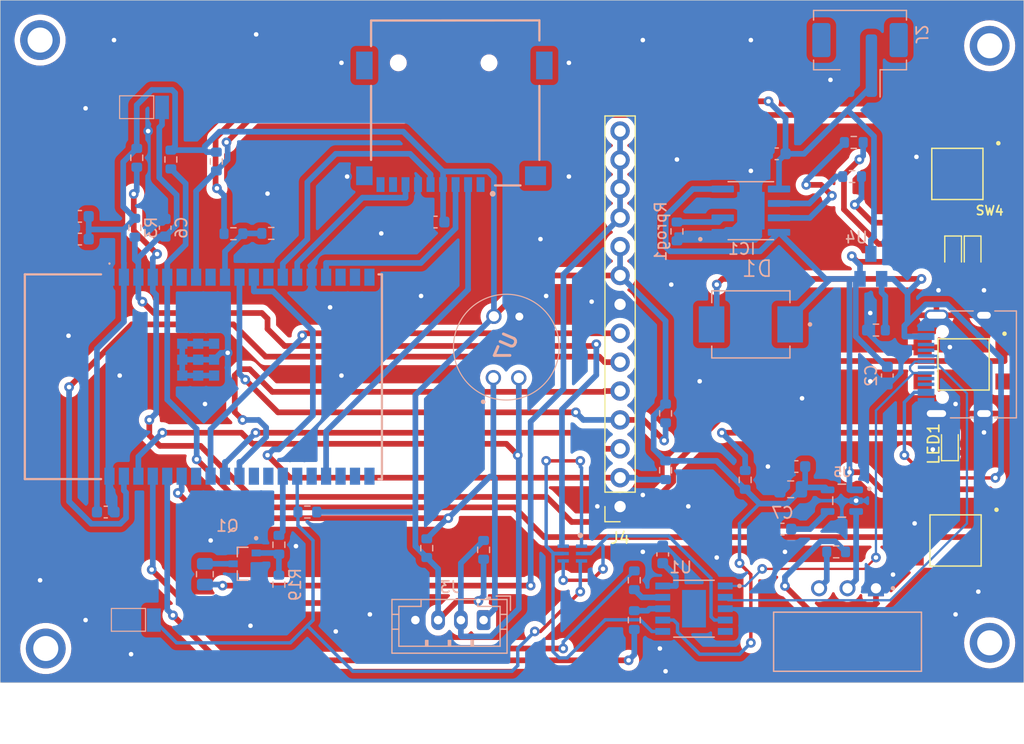
<source format=kicad_pcb>
(kicad_pcb (version 20240108) (generator "pcbnew") (generator_version "8.0")
  (layers (0 "F.Cu" signal) (31 "B.Cu" signal) (34 "B.Paste" user) (35 "F.Paste" user) (36 "B.SilkS" user "B.Silkscreen") (37 "F.SilkS" user "F.Silkscreen") (38 "B.Mask" user) (39 "F.Mask" user) (44 "Edge.Cuts" user))
  (net 0 "")
  (net 1 "Net-(U1-V3)")
  (net 2 "GND")
  (net 3 "VBUS")
  (net 4 "+3V3")
  (net 5 "/EN")
  (net 6 "Net-(U5-BP)")
  (net 7 "+BATT")
  (net 8 "Net-(IC1-~{STDBY})")
  (net 9 "Net-(IC1-PROG)")
  (net 10 "Net-(IC1-~{CHRG})")
  (net 11 "+5V")
  (net 15 "/D-")
  (net 16 "/D+")
  (net 18 "/IO22")
  (net 19 "/IO21")
  (net 20 "/LEDK")
  (net 21 "/IO19")
  (net 22 "/IO18")
  (net 23 "/IO26")
  (net 24 "/IO5")
  (net 25 "/IO25")
  (net 26 "/IO23")
  (net 27 "Net-(LED1-A)")
  (net 28 "Net-(LED2-K)")
  (net 29 "Net-(LED3-K)")
  (net 30 "Net-(Q1-C)")
  (net 31 "Net-(Q1-E)")
  (net 32 "Net-(U1-RXD)")
  (net 33 "/TX")
  (net 34 "Net-(U1-TXD)")
  (net 35 "/RX")
  (net 36 "/LDO_H")
  (net 37 "/IO0")
  (net 38 "/ADC_BAT")
  (net 39 "/IO35")
  (net 40 "/IO36")
  (net 41 "/IO39")
  (net 42 "/IO4")
  (net 43 "/RTS")
  (net 44 "/DTR")
  (net 45 "LDO_EN")
  (net 46 "/IO15")
  (net 47 "/IO2")
  (net 48 "/IO34")
  (net 49 "/IO27")
  (net 50 "/IO12")
  (net 51 "/IO14")
  (net 52 "/IO32")
  (net 53 "/IO13")
  (footprint "LED_SMD:LED_0603_1608Metric" (layer "F.Cu") (at 175.5 100.2125 -90)
    (property "Reference" "LED3" (hide yes))
    (property "Value" "CHG" (hide yes))
  )
  (footprint "MountingHole:MountingHole_2.2mm_M2_ISO7380_Pad" (layer "F.Cu") (at 94 135)
    (property "Reference" "H2" (hide yes))
    (property "Value" "MountingHole" (hide yes))
  )
  (footprint "THERMAL_CAMERA_LIBRARY:4_TERMINAL_SWITCH_TC" (layer "F.Cu") (at 174 125.5 -90)
    (property "Reference" "SW6" (hide yes))
    (property "Value" "TS-1088R-02526")
  )
  (footprint "THERMAL_CAMERA_LIBRARY:4_TERMINAL_SWITCH_TC" (layer "F.Cu") (at 174.16 93.2694 -90)
    (property "Reference" "SW4")
    (property "Value" "TS-1088R-02526" (hide yes))
  )
  (footprint "THERMAL_CAMERA_LIBRARY:4_TERMINAL_SWITCH_TC" (layer "F.Cu") (at 174.705 110.0194 -90)
    (property "Reference" "SW5" (hide yes))
    (property "Value" "TS-1088R-02526" (hide yes))
  )
  (footprint "LED_SMD:LED_0603_1608Metric" (layer "F.Cu") (at 173.5 117 90)
    (property "Reference" "LED1")
    (property "Value" "POW_LED")
  )
  (footprint "MountingHole:MountingHole_2.2mm_M2_ISO7380_Pad" (layer "F.Cu") (at 177 82)
    (property "Reference" "H1" (hide yes))
    (property "Value" "MountingHole" (hide yes))
  )
  (footprint "MountingHole:MountingHole_2.2mm_M2_ISO7380_Pad" (layer "F.Cu") (at 93.5 81.5)
    (property "Reference" "H3" (hide yes))
    (property "Value" "MountingHole" (hide yes))
  )
  (footprint "Connector_PinSocket_2.54mm:PinSocket_1x14_P2.54mm_Vertical" (layer "F.Cu") (at 144.5 122.52 180)
    (property "Reference" "J4")
    (property "Value" "Conn_01x14")
  )
  (footprint "LED_SMD:LED_0603_1608Metric" (layer "F.Cu") (at 173.7875 100.2125 -90)
    (property "Reference" "LED2" (hide yes))
    (property "Value" "CHG" (hide yes))
  )
  (footprint "MountingHole:MountingHole_2.2mm_M2_ISO7380_Pad" (layer "F.Cu") (at 177 134.5)
    (property "Reference" "H4" (hide yes))
    (property "Value" "MountingHole" (hide yes))
  )
  (footprint "THERMAL_CAMERA_LIBRARY:2N7002DW_SOT363_TC" (layer "B.Cu") (at 140.31 126.65 -90)
    (property "Reference" "U2" (hide yes))
    (property "Value" "2N27002DW" (hide yes))
  )
  (footprint "THERMAL_CAMERA_LIBRARY:ESP32WROVEREN8R8_TC" (layer "B.Cu") (at 107.86 111.1 -90)
    (property "Reference" "U6" (hide yes))
    (property "Value" "ESP32-WROVER-E" (hide yes))
  )
  (footprint "Resistor_SMD:R_0603_1608Metric" (layer "B.Cu") (at 148.5 114.325 90)
    (property "Reference" "R15" (hide yes))
    (property "Value" "10k")
  )
  (footprint "Resistor_SMD:R_0603_1608Metric" (layer "B.Cu") (at 105 92 90)
    (property "Reference" "R17" (hide yes))
    (property "Value" "4.7k")
  )
  (footprint "THERMAL_CAMERA_LIBRARY:MIC5219_SOT95P280X145-5N_TC" (layer "B.Cu") (at 164 122 180)
    (property "Reference" "U5")
    (property "Value" "MIC5219-3.3YM5")
  )
  (footprint "Capacitor_SMD:C_0603_1608Metric" (layer "B.Cu") (at 128.275 97.5 180)
    (property "Reference" "C11" (hide yes))
    (property "Value" "0.1uf")
  )
  (footprint "Connector_JST:JST_PH_B2B-PH-SM4-TB_1x02-1MP_P2.00mm_Vertical" (layer "B.Cu") (at 165.6 83.25 180)
    (property "Reference" "J2")
    (property "Value" "B2B-PH-SM4-TB(LF)(SN)" (hide yes))
  )
  (footprint "Resistor_SMD:R_0603_1608Metric" (layer "B.Cu") (at 114.5 125.875 90)
    (property "Reference" "R18" (hide yes))
    (property "Value" "1k" (hide yes))
  )
  (footprint "Resistor_SMD:R_0603_1608Metric" (layer "B.Cu") (at 155.5 120.175 -90)
    (property "Reference" "R4" (hide yes))
    (property "Value" "470R")
  )
  (footprint "Resistor_SMD:R_0603_1608Metric" (layer "B.Cu") (at 132.5 126.325 -90)
    (property "Reference" "R9" (hide yes))
    (property "Value" "4.7k")
  )
  (footprint "THERMAL_CAMERA_LIBRARY:MLX90640_ESFBAB000SP_TC" (layer "B.Cu") (at 133.3591 111.1879 67)
    (property "Reference" "U7")
    (property "Value" "MLX90640" (hide yes))
  )
  (footprint "THERMAL_CAMERA_LIBRARY:ch340k_TC" (layer "B.Cu") (at 151 131.5 180)
    (property "Reference" "U1")
    (property "Value" "ch340k")
  )
  (footprint "Capacitor_SMD:C_0603_1608Metric" (layer "B.Cu") (at 158.275 91.5 180)
    (property "Reference" "C10" (hide yes))
    (property "Value" "10uF")
  )
  (footprint "Resistor_SMD:R_0603_1608Metric" (layer "B.Cu") (at 167 107 180)
    (property "Reference" "U3" (hide yes))
    (property "Value" "100K")
  )
  (footprint "Capacitor_SMD:C_0603_1608Metric" (layer "B.Cu") (at 160 119 180)
    (property "Reference" "C9" (hide yes))
    (property "Value" "10u")
  )
  (footprint "Capacitor_SMD:C_0603_1608Metric" (layer "B.Cu") (at 158.775 124.5 180)
    (property "Reference" "C7")
    (property "Value" "470pF")
  )
  (footprint "Capacitor_SMD:C_0603_1608Metric" (layer "B.Cu") (at 168 111 -90)
    (property "Reference" "C2")
    (property "Value" "10u")
  )
  (footprint "Resistor_SMD:R_0603_1608Metric" (layer "B.Cu") (at 165.05 90.5 180)
    (property "Reference" "R7" (hide yes))
    (property "Value" "1.3K")
  )
  (footprint "THERMAL_CAMERA_LIBRARY:TP4056_SOP127P600X175-9N_TC" (layer "B.Cu") (at 156 96.5)
    (property "Reference" "IC1")
    (property "Value" "TP4056")
  )
  (footprint "Resistor_SMD:R_0603_1608Metric" (layer "B.Cu") (at 117 123)
    (property "Reference" "R6" (hide yes))
    (property "Value" "10k" (hide yes))
  )
  (footprint "THERMAL_CAMERA_LIBRARY:2_TACTILE" (layer "B.Cu") (at 101.49 90.4 180)
    (property "Reference" "SW2" (hide yes))
    (property "Value" "TS-1088R-02526" (hide yes))
  )
  (footprint "Resistor_SMD:R_0603_1608Metric" (layer "B.Cu") (at 163.5 126.5 180)
    (property "Reference" "R5" (hide yes))
    (property "Value" "100K")
  )
  (footprint "THERMAL_CAMERA_LIBRARY:TRANS_SS8050-G_TC" (layer "B.Cu") (at 111.49 127.55 180)
    (property "Reference" "Q1")
    (property "Value" "S8050")
  )
  (footprint "Capacitor_SMD:C_0603_1608Metric" (layer "B.Cu") (at 97 97 180)
    (property "Reference" "C5" (hide yes))
    (property "Value" "1uf")
  )
  (footprint "Resistor_SMD:R_0603_1608Metric" (layer "B.Cu") (at 109 92.175 90)
    (property "Reference" "R14" (hide yes))
    (property "Value" "4.7k")
  )
  (footprint "Resistor_SMD:R_0603_1608Metric" (layer "B.Cu") (at 114.5 129.375 90)
    (property "Reference" "R19")
    (property "Value" "10k" (hide yes))
  )
  (footprint "Resistor_SMD:R_0603_1608Metric" (layer "B.Cu") (at 149.5 98.325 -90)
    (property "Reference" "Rprog1")
    (property "Value" "3.3K")
  )
  (footprint "Resistor_SMD:R_0603_1608Metric" (layer "B.Cu") (at 145.75 132.5 90)
    (property "Reference" "R2" (hide yes))
    (property "Value" "1K")
  )
  (footprint "Resistor_SMD:R_0603_1608Metric" (layer "B.Cu") (at 145.75 129 -90)
    (property "Reference" "R1" (hide yes))
    (property "Value" "1K")
  )
  (footprint "Resistor_SMD:R_0603_1608Metric" (layer "B.Cu") (at 148.5 119.325 90)
    (property "Reference" "R13" (hide yes))
    (property "Value" "10k")
  )
  (footprint "Capacitor_SMD:C_0603_1608Metric" (layer "B.Cu") (at 104.5 98 90)
    (property "Reference" "C6")
    (property "Value" "0.1uf")
  )
  (footprint "THERMAL_CAMERA_LIBRARY:AO3401_SOT23_TC" (layer "B.Cu") (at 166.55 101.4 180)
    (property "Reference" "U4")
    (property "Value" "AO3041")
  )
  (footprint "THERMAL_CAMERA_LIBRARY:slide_switch_TC" (layer "B.Cu") (at 167 129.7025 180)
    (property "Reference" "SW3" (hide yes))
    (property "Value" "K3-1280S-F1")
  )
  (footprint "Resistor_SMD:R_0603_1608Metric" (layer "B.Cu") (at 102 91.85 90)
    (property "Reference" "R16" (hide yes))
    (property "Value" "4.7k")
  )
  (footprint "Resistor_SMD:R_0603_1608Metric" (layer "B.Cu") (at 110.5 98.525)
    (property "Reference" "R10" (hide yes))
    (property "Value" "100K")
  )
  (footprint "Resistor_SMD:R_0603_1608Metric" (layer "B.Cu") (at 101.8337 98.0001 90)
    (property "Reference" "R3")
    (property "Value" "10k")
  )
  (footprint "THERMAL_CAMERA_LIBRARY:SS34_DIODE_NEW" (layer "B.Cu") (at 156 106.5 180)
    (property "Reference" "D1")
    (property "Value" "SS34")
  )
  (footprint "Resistor_SMD:R_0603_1608Metric" (layer "B.Cu") (at 127.5 126.175 -90)
    (property "Reference" "R12" (hide yes))
    (property "Value" "4.7k")
  )
  (footprint "Connector_USB:USB_C_Receptacle_HRO_TYPE-C-31-M-12" (layer "B.Cu") (at 175.45 110.0194 -90)
    (property "Reference" "J1" (hide yes))
    (property "Value" "USB_C_Receptacle_USB2.0" (hide yes))
  )
  (footprint "Resistor_SMD:R_0603_1608Metric" (layer "B.Cu") (at 113.825 98.5)
    (property "Reference" "R11" (hide yes))
    (property "Value" "100K")
  )
  (footprint "Capacitor_SMD:C_0603_1608Metric" (layer "B.Cu") (at 99.275 123 180)
    (property "Reference" "C3" (hide yes))
    (property "Value" "0.1UF")
  )
  (footprint "Capacitor_SMD:C_0805_2012Metric" (layer "B.Cu") (at 159.5 121 180)
    (property "Reference" "C8" (hide yes))
    (property "Value" "2.2uF")
  )
  (footprint "Connector_JST:JST_PH_B4B-PH-K_1x04_P2.00mm_Vertical" (layer "B.Cu") (at 132.5 132.5 180)
    (property "Reference" "J3")
    (property "Value" "Stemma" (hide yes))
  )
  (footprint "Capacitor_SMD:C_0603_1608Metric" (layer "B.Cu") (at 148.25 126.725 -90)
    (property "Reference" "C1" (hide yes))
    (property "Value" "0.1uf")
  )
  (footprint "Capacitor_SMD:C_0603_1608Metric" (layer "B.Cu") (at 97 99 180)
    (property "Reference" "C4" (hide yes))
    (property "Value" "10uf")
  )
  (footprint "Resistor_SMD:R_0805_2012Metric" (layer "B.Cu") (at 107.99 128.4625 90)
    (property "Reference" "R20" (hide yes))
    (property "Value" "10R")
  )
  (footprint "THERMAL_CAMERA_LIBRARY:sdcard_reader_TC" (layer "B.Cu") (at 130.0038 87.0306)
    (property "Reference" "SD1" (hide yes))
    (property "Value" "microSD_TF-01A" (hide yes))
  )
  (footprint "THERMAL_CAMERA_LIBRARY:2_TACTILE" (layer "B.Cu") (at 100.77 135.48 180)
    (property "Reference" "SW1" (hide yes))
    (property "Value" "TS-1088R-02526" (hide yes))
  )
  (footprint "Resistor_SMD:R_0603_1608Metric" (layer "B.Cu") (at 164.9 93.5 180)
    (property "Reference" "R8" (hide yes))
    (property "Value" "1.3K")
  )
  (gr_rect (start 90 78) (end 180 138) (stroke (width 0.05)) (fill none) (layer "Edge.Cuts"))
  (segment (start 148.25 129.5) (end 149.4067 129.5) (width 0.5) (layer "B.Cu") (net 1))
  (segment (start 148.25 127.5) (end 149.4067 128.6567) (width 0.5) (layer "B.Cu") (net 1))
  (segment (start 149.4067 128.6567) (end 149.4067 129.5) (width 0.5) (layer "B.Cu") (net 1))
  (via (at 174 132) (size 0.85) (drill 0.4) (layers "F.Cu" "B.Cu") (net 2))
  (via (at 120 111) (size 0.85) (drill 0.4) (layers "F.Cu" "B.Cu") (net 2))
  (via (at 170.56 91.7694) (size 0.85) (drill 0.4) (layers "F.Cu" "B.Cu") (net 2))
  (via (at 127 104) (size 0.85) (drill 0.4) (layers "F.Cu" "B.Cu") (net 2))
  (via (at 108.5 125.5) (size 0.85) (drill 0.4) (layers "F.Cu" "B.Cu") (net 2))
  (via (at 100 81.5) (size 0.85) (drill 0.4) (layers "F.Cu" "B.Cu") (net 2))
  (via (at 168.5 128.5) (size 0.85) (drill 0.4) (layers "F.Cu" "B.Cu") (net 2))
  (via (at 120.5 93.5) (size 0.85) (drill 0.4) (layers "F.Cu" "B.Cu") (net 2))
  (via (at 140 93.5) (size 0.85) (drill 0.4) (layers "F.Cu" "B.Cu") (net 2))
  (via (at 151.5 111.5) (size 0.85) (drill 0.4) (layers "F.Cu" "B.Cu") (net 2))
  (via (at 148 135) (size 0.85) (drill 0.4) (layers "F.Cu" "B.Cu") (net 2))
  (via (at 146.5 121.5) (size 0.85) (drill 0.4) (layers "F.Cu" "B.Cu") (net 2))
  (via (at 113.5 95) (size 0.85) (drill 0.4) (layers "F.Cu" "B.Cu") (net 2))
  (via (at 120 83.5) (size 0.85) (drill 0.4) (layers "F.Cu" "B.Cu") (net 2))
  (via (at 166.5 105.5) (size 0.85) (drill 0.4) (layers "F.Cu" "B.Cu") (net 2))
  (via (at 137.5 99) (size 0.85) (drill 0.4) (layers "F.Cu" "B.Cu") (net 2))
  (via (at 138 104) (size 0.85) (drill 0.4) (layers "F.Cu" "B.Cu") (net 2))
  (via (at 159 126.5) (size 0.85) (drill 0.4) (layers "F.Cu" "B.Cu") (net 2))
  (via (at 176.5 116) (size 0.85) (drill 0.4) (layers "F.Cu" "B.Cu") (net 2))
  (via (at 173.5 108.5) (size 0.85) (drill 0.4) (layers "F.Cu" "B.Cu") (net 2))
  (via (at 93.5 129) (size 0.85) (drill 0.4) (layers "F.Cu" "B.Cu") (net 2))
  (via (at 166.5 111.5) (size 0.85) (drill 0.4) (layers "F.Cu" "B.Cu") (net 2))
  (via (at 163 85) (size 0.85) (drill 0.4) (layers "F.Cu" "B.Cu") (net 2))
  (via (at 119.5 133.5) (size 0.85) (drill 0.4) (layers "F.Cu" "B.Cu") (net 2))
  (via (at 153 127) (size 0.85) (drill 0.4) (layers "F.Cu" "B.Cu") (net 2))
  (via (at 103 89.5) (size 0.85) (drill 0.4) (layers "F.Cu" "B.Cu") (net 2))
  (via (at 122.5 132) (size 0.85) (drill 0.4) (layers "F.Cu" "B.Cu") (net 2))
  (via (at 97.5 87.5) (size 0.85) (drill 0.4) (layers "F.Cu" "B.Cu") (net 2))
  (via (at 142.5 122.5) (size 0.85) (drill 0.4) (layers "F.Cu" "B.Cu") (net 2))
  (via (at 123.5 98.5) (size 0.85) (drill 0.4) (layers "F.Cu" "B.Cu") (net 2))
  (via (at 142 104.5) (size 0.85) (drill 0.4) (layers "F.Cu" "B.Cu") (net 2))
  (via (at 116 126) (size 0.85) (drill 0.4) (layers "F.Cu" "B.Cu") (net 2))
  (via (at 174 113.5) (size 0.85) (drill 0.4) (layers "F.Cu" "B.Cu") (net 2))
  (via (at 156 81.5) (size 0.85) (drill 0.4) (layers "F.Cu" "B.Cu") (net 2))
  (via (at 176 130) (size 0.85) (drill 0.4) (layers "F.Cu" "B.Cu") (net 2))
  (via (at 119 105) (size 0.85) (drill 0.4) (layers "F.Cu" "B.Cu") (net 2))
  (via (at 156 93) (size 0.85) (drill 0.4) (layers "F.Cu" "B.Cu") (net 2))
  (via (at 172 117.5) (size 0.85) (drill 0.4) (layers "F.Cu" "B.Cu") (net 2))
  (via (at 148.5 137) (size 0.85) (drill 0.4) (layers "F.Cu" "B.Cu") (net 2))
  (via (at 149 103) (size 0.85) (drill 0.4) (layers "F.Cu" "B.Cu") (net 2))
  (via (at 112 133) (size 0.85) (drill 0.4) (layers "F.Cu" "B.Cu") (net 2))
  (via (at 146.5 81.5) (size 0.85) (drill 0.4) (layers "F.Cu" "B.Cu") (net 2))
  (via (at 101.5 135.5) (size 0.85) (drill 0.4) (layers "F.Cu" "B.Cu") (net 2))
  (via (at 149.5 92) (size 0.85) (drill 0.4) (layers "F.Cu" "B.Cu") (net 2))
  (via (at 96 107.5) (size 0.85) (drill 0.4) (layers "F.Cu" "B.Cu") (net 2))
  (via (at 140 83.5) (size 0.85) (drill 0.4) (layers "F.Cu" "B.Cu") (net 2))
  (via (at 157.5 119) (size 0.85) (drill 0.4) (layers "F.Cu" "B.Cu") (net 2))
  (via (at 165.255 122) (size 0.85) (drill 0.4) (layers "F.Cu" "B.Cu") (net 2))
  (via (at 112.5 81) (size 0.85) (drill 0.4) (layers "F.Cu" "B.Cu") (net 2))
  (via (at 170.4 124) (size 0.85) (drill 0.4) (layers "F.Cu" "B.Cu") (net 2))
  (via (at 160.5 113) (size 0.85) (drill 0.4) (layers "F.Cu" "B.Cu") (net 2))
  (via (at 176.5 103.5) (size 0.85) (drill 0.4) (layers "F.Cu" "B.Cu") (net 2))
  (via (at 110 109) (size 0.85) (drill 0.4) (layers "F.Cu" "B.Cu") (net 2))
  (via (at 146.5 126.5) (size 0.85) (drill 0.4) (layers "F.Cu" "B.Cu") (net 2))
  (via (at 97.5 132.5) (size 0.85) (drill 0.4) (layers "F.Cu" "B.Cu") (net 2))
  (via (at 150.5 122.5) (size 0.85) (drill 0.4) (layers "F.Cu" "B.Cu") (net 2))
  (via (at 172.5 103.5) (size 0.85) (drill 0.4) (layers "F.Cu" "B.Cu") (net 2))
  (via (at 100.5 111) (size 0.85) (drill 0.4) (layers "F.Cu" "B.Cu") (net 2))
  (via (at 108 113.5) (size 0.85) (drill 0.4) (layers "F.Cu" "B.Cu") (net 2))
  (segment (start 106 108.2) (end 106 111) (width 0.5) (layer "B.Cu") (net 2))
  (segment (start 110 109) (end 109.4 109) (width 0.5) (layer "B.Cu") (net 2))
  (segment (start 174 108) (end 173.5 108.5) (width 0.3) (layer "B.Cu") (net 2))
  (segment (start 171.77 106.4044) (end 173.150305 106.4044) (width 0.3) (layer "B.Cu") (net 2))
  (segment (start 167.725001 111.5) (end 168 111.774999) (width 0.3) (layer "B.Cu") (net 2))
  (segment (start 107.4 111) (end 108.8 111) (width 0.5) (layer "B.Cu") (net 2))
  (segment (start 166.175 107) (end 166.175 105.825) (width 0.3) (layer "B.Cu") (net 2))
  (segment (start 106 108.2) (end 108.8 108.2) (width 0.5) (layer "B.Cu") (net 2))
  (segment (start 107.4 109.6) (end 108.8 109.6) (width 0.5) (layer "B.Cu") (net 2))
  (segment (start 166.175 105.825) (end 166.5 105.5) (width 0.3) (layer "B.Cu") (net 2))
  (segment (start 106 111) (end 107.4 111) (width 0.5) (layer "B.Cu") (net 2))
  (segment (start 148.249999 125.950001) (end 147.049999 125.950001) (width 0.3) (layer "B.Cu") (net 2))
  (segment (start 107.4 109.6) (end 106 109.6) (width 0.5) (layer "B.Cu") (net 2))
  (segment (start 154.095 98.405) (end 156 96.5) (width 0.3) (layer "B.Cu") (net 2))
  (segment (start 149.5 99.15) (end 152.78 99.15) (width 0.3) (layer "B.Cu") (net 2))
  (segment (start 166.5 111.5) (end 167.725001 111.5) (width 0.3) (layer "B.Cu") (net 2))
  (segment (start 147.049999 125.950001) (end 146.5 126.5) (width 0.3) (layer "B.Cu") (net 2))
  (segment (start 153.525 98.405) (end 154.095 98.405) (width 0.3) (layer "B.Cu") (net 2))
  (segment (start 174 107.254095) (end 174 108) (width 0.3) (layer "B.Cu") (net 2))
  (segment (start 109.4 109) (end 108.8 109.6) (width 0.5) (layer "B.Cu") (net 2))
  (segment (start 173.150305 106.4044) (end 174 107.254095) (width 0.3) (layer "B.Cu") (net 2))
  (segment (start 171.405 106.7694) (end 171.77 106.4044) (width 0.3) (layer "B.Cu") (net 2))
  (segment (start 155.365 95.865) (end 156 96.5) (width 0.3) (layer "B.Cu") (net 2))
  (segment (start 152.78 99.15) (end 153.525 98.405) (width 0.3) (layer "B.Cu") (net 2))
  (segment (start 153.525 95.865) (end 155.365 95.865) (width 0.3) (layer "B.Cu") (net 2))
  (segment (start 167.5 121) (end 166 119.5) (width 0.5) (layer "F.Cu") (net 3))
  (segment (start 175.5 101) (end 173.7875 101) (width 0.5) (layer "F.Cu") (net 3))
  (segment (start 165.637437 133.862563) (end 171.35 128.15) (width 0.5) (layer "F.Cu") (net 3))
  (segment (start 166 119.5) (end 164.672 119.5) (width 0.5) (layer "F.Cu") (net 3))
  (segment (start 163.362563 133.862563) (end 165.637437 133.862563) (width 0.5) (layer "F.Cu") (net 3))
  (segment (start 173.7875 101) (end 165.3741 101) (width 0.5) (layer "F.Cu") (net 3))
  (segment (start 159 129.5) (end 163.362563 133.862563) (width 0.5) (layer "F.Cu") (net 3))
  (segment (start 165.3741 101) (end 164.875 100.5009) (width 0.5) (layer "F.Cu") (net 3))
  (segment (start 177 121) (end 167.5 121) (width 0.5) (layer "F.Cu") (net 3))
  (segment (start 178.85 128.15) (end 178.85 122.85) (width 0.5) (layer "F.Cu") (net 3))
  (segment (start 171.35 128.15) (end 178.85 128.15) (width 0.5) (layer "F.Cu") (net 3))
  (segment (start 178.85 122.85) (end 177 121) (width 0.5) (layer "F.Cu") (net 3))
  (via (at 164.875 100.5009) (size 0.85) (drill 0.4) (layers "F.Cu" "B.Cu") (net 3))
  (via (at 159 129.5) (size 0.85) (drill 0.4) (layers "F.Cu" "B.Cu") (net 3))
  (via (at 164.672 119.5) (size 0.85) (drill 0.4) (layers "F.Cu" "B.Cu") (net 3))
  (segment (start 153.525 94.595) (end 150.9051 94.595) (width 0.5) (layer "B.Cu") (net 3))
  (segment (start 164.672 102.5) (end 164.672 119.5) (width 0.5) (layer "B.Cu") (net 3))
  (segment (start 148.8889 100.0717) (end 156.8083 100.0717) (width 0.5) (layer "B.Cu") (net 3))
  (segment (start 163 102.5) (end 164.672 102.5) (width 0.5) (layer "B.Cu") (net 3))
  (segment (start 165.2212 107.5557) (end 167.8905 110.225) (width 0.5) (layer "B.Cu") (net 3))
  (segment (start 165.255 121.05) (end 164.672 121.05) (width 0.5) (layer "B.Cu") (net 3))
  (segment (start 156.8083 100.0717) (end 158.475 98.405) (width 0.5) (layer "B.Cu") (net 3))
  (segment (start 159 128.7065) (end 159 129.5) (width 0.5) (layer "B.Cu") (net 3))
  (segment (start 164.325 126.5) (end 163.4 125.575) (width 0.5) (layer "B.Cu") (net 3))
  (segment (start 158.475 98.405) (end 162.57 102.5) (width 0.5) (layer "B.Cu") (net 3))
  (segment (start 165.6 102.5) (end 165.6 101.2983) (width 0.5) (layer "B.Cu") (net 3))
  (segment (start 162.1315 125.575) (end 159 128.7065) (width 0.5) (layer "B.Cu") (net 3))
  (segment (start 159.455 106.045) (end 159.455 106.5) (width 0.5) (layer "B.Cu") (net 3))
  (segment (start 165.2212 102.5) (end 165.2212 107.5557) (width 0.5) (layer "B.Cu") (net 3))
  (segment (start 148.5108 96.9893) (end 148.5108 99.6936) (width 0.5) (layer "B.Cu") (net 3))
  (segment (start 167.8905 110.225) (end 168 110.225) (width 0.5) (layer "B.Cu") (net 3))
  (segment (start 164.875 100.5733) (end 165.6 101.2983) (width 0.5) (layer "B.Cu") (net 3))
  (segment (start 163.4 125.575) (end 162.1315 125.575) (width 0.5) (layer "B.Cu") (net 3))
  (segment (start 164.672 102.5) (end 165.2212 102.5) (width 0.5) (layer "B.Cu") (net 3))
  (segment (start 162.57 102.5) (end 163 102.5) (width 0.5) (layer "B.Cu") (net 3))
  (segment (start 163 102.5) (end 159.455 106.045) (width 0.5) (layer "B.Cu") (net 3))
  (segment (start 164.875 100.5009) (end 164.875 100.5733) (width 0.5) (layer "B.Cu") (net 3))
  (segment (start 148.5108 99.6936) (end 148.8889 100.0717) (width 0.5) (layer "B.Cu") (net 3))
  (segment (start 164.1421 126.3171) (end 164.325 126.5) (width 0.5) (layer "B.Cu") (net 3))
  (segment (start 165.2212 102.5) (end 165.6 102.5) (width 0.5) (layer "B.Cu") (net 3))
  (segment (start 164.672 119.5) (end 164.672 121.05) (width 0.5) (layer "B.Cu") (net 3))
  (segment (start 150.9051 94.595) (end 148.5108 96.9893) (width 0.5) (layer "B.Cu") (net 3))
  (segment (start 156 128.5) (end 155 127.5) (width 0.3) (layer "F.Cu") (net 4))
  (segment (start 128.5 132.5) (end 130.1788 130.8212) (width 0.5) (layer "F.Cu") (net 4))
  (segment (start 133.4061 105.7923) (end 136.9984 102.2) (width 0.5) (layer "F.Cu") (net 4))
  (segment (start 130.1788 130.8212) (end 132.0434 130.8212) (width 0.5) (layer "F.Cu") (net 4))
  (segment (start 136.9984 102.2) (end 144.5 102.2) (width 0.5) (layer "F.Cu") (net 4))
  (segment (start 156 134.5) (end 156 128.5) (width 0.3) (layer "F.Cu") (net 4))
  (via (at 155 127.5) (size 0.85) (drill 0.4) (layers "F.Cu" "B.Cu") (net 4))
  (via (at 132.0434 130.8212) (size 0.85) (drill 0.4) (layers "F.Cu" "B.Cu") (net 4))
  (via (at 156 134.5) (size 0.85) (drill 0.4) (layers "F.Cu" "B.Cu") (net 4))
  (segment (start 155 124.0248) (end 156.7624 122.2624) (width 0.3) (layer "B.Cu") (net 4))
  (segment (start 100.8092 96.1506) (end 101.8337 97.1751) (width 0.5) (layer "B.Cu") (net 4))
  (segment (start 144.5 102.2) (end 148.5 106.2) (width 0.5) (layer "B.Cu") (net 4))
  (segment (start 148.25 132.5) (end 149.205 132.5) (width 0.3) (layer "B.Cu") (net 4))
  (segment (start 133.4061 93.5687) (end 133.4061 105.7923) (width 0.5) (layer "B.Cu") (net 4))
  (segment (start 162.5325 120.8375) (end 162.745 121.05) (width 0.5) (layer "B.Cu") (net 4))
  (segment (start 151.5 135.5) (end 155 135.5) (width 0.3) (layer "B.Cu") (net 4))
  (segment (start 103.3255 85.8883) (end 105.1091 85.8883) (width 0.5) (layer "B.Cu") (net 4))
  (segment (start 132.0434 130.8212) (end 132.5 130.3646) (width 0.5) (layer "B.Cu") (net 4))
  (segment (start 126.5008 112.6976) (end 133.4061 105.7923) (width 0.5) (layer "B.Cu") (net 4))
  (segment (start 160.775 120.8375) (end 160.775 119) (width 0.5) (layer "B.Cu") (net 4))
  (segment (start 105.373 86.1522) (end 105.373 90.802) (width 0.5) (layer "B.Cu") (net 4))
  (segment (start 98.5 123) (end 98.5 108.6503) (width 0.5) (layer "B.Cu") (net 4))
  (segment (start 100.8562 98.1526) (end 100.8562 101.0845) (width 0.5) (layer "B.Cu") (net 4))
  (segment (start 100.87 102.35) (end 100.87 101.0983) (width 0.5) (layer "B.Cu") (net 4))
  (segment (start 148.5 113.5) (end 147.4502 114.5498) (width 0.5) (layer "B.Cu") (net 4))
  (segment (start 128.9336 94.2044) (end 128.9336 93.0527) (width 0.5) (layer "B.Cu") (net 4))
  (segment (start 102 91.025) (end 102 87.2138) (width 0.5) (layer "B.Cu") (net 4))
  (segment (start 153 118.5) (end 155.5 121) (width 0.5) (layer "B.Cu") (net 4))
  (segment (start 149.55 132.845) (end 149.55 133.55) (width 0.3) (layer "B.Cu") (net 4))
  (segment (start 148.5 118.5) (end 153 118.5) (width 0.5) (layer "B.Cu") (net 4))
  (segment (start 160.775 120.8375) (end 160.6125 120.8375) (width 0.5) (layer "B.Cu") (net 4))
  (segment (start 117.825 123) (end 126.5008 123) (width 0.5) (layer "B.Cu") (net 4))
  (segment (start 109 91.35) (end 108.1578 91.35) (width 0.5) (layer "B.Cu") (net 4))
  (segment (start 160.775 120.8375) (end 162.5325 120.8375) (width 0.5) (layer "B.Cu") (net 4))
  (segment (start 126.5008 123) (end 126.5008 112.6976) (width 0.5) (layer "B.Cu") (net 4))
  (segment (start 160.6125 120.8375) (end 160.45 121) (width 0.5) (layer "B.Cu") (net 4))
  (segment (start 108.1578 91.35) (end 107.9828 91.175) (width 0.5) (layer "B.Cu") (net 4))
  (segment (start 129.05 97.5) (end 128.9336 97.3836) (width 0.5) (layer "B.Cu") (net 4))
  (segment (start 147.4502 114.5498) (end 147.4502 117.4502) (width 0.5) (layer "B.Cu") (net 4))
  (segment (start 149.55 133.55) (end 151.5 135.5) (width 0.3) (layer "B.Cu") (net 4))
  (segment (start 155 135.5) (end 156 134.5) (width 0.3) (layer "B.Cu") (net 4))
  (segment (start 125.4355 89.5546) (end 128.9336 93.0527) (width 0.5) (layer "B.Cu") (net 4))
  (segment (start 97.775 98.1526) (end 100.8562 98.1526) (width 0.5) (layer "B.Cu") (net 4))
  (segment (start 148.5 106.2) (end 148.5 113.5) (width 0.5) (layer "B.Cu") (net 4))
  (segment (start 147.4502 117.4502) (end 148.5 118.5) (width 0.5) (layer "B.Cu") (net 4))
  (segment (start 107.9828 91.175) (end 107.9828 90.8449) (width 0.5) (layer "B.Cu") (net 4))
  (segment (start 98.5 108.6503) (end 100.87 106.2803) (width 0.5) (layer "B.Cu") (net 4))
  (segment (start 128.5 128) (end 127.5 127) (width 0.5) (layer "B.Cu") (net 4))
  (segment (start 128.5 132.5) (end 128.5 128) (width 0.5) (layer "B.Cu") (net 4))
  (segment (start 149.205 132.5) (end 149.55 132.845) (width 0.3) (layer "B.Cu") (net 4))
  (segment (start 97.775 99) (end 97.775 98.1526) (width 0.5) (layer "B.Cu") (net 4))
  (segment (start 155 127.5) (end 155 124.0248) (width 0.3) (layer "B.Cu") (net 4))
  (segment (start 97.775 98.1526) (end 97.775 97) (width 0.5) (layer "B.Cu") (net 4))
  (segment (start 127.5 127) (end 126.5008 126.0008) (width 0.5) (layer "B.Cu") (net 4))
  (segment (start 156.7624 122.2624) (end 155.5 121) (width 0.5) (layer "B.Cu") (net 4))
  (segment (start 101.8337 97.1751) (end 100.8562 98.1526) (width 0.5) (layer "B.Cu") (net 4))
  (segment (start 109.2731 89.5546) (end 125.4355 89.5546) (width 0.5) (layer "B.Cu") (net 4))
  (segment (start 128.9336 93.0527) (end 132.8901 93.0527) (width 0.5) (layer "B.Cu") (net 4))
  (segment (start 144.5 99.66) (end 144.5 102.2) (width 0.5) (layer "B.Cu") (net 4))
  (segment (start 105.1091 85.8883) (end 105.373 86.1522) (width 0.5) (layer "B.Cu") (net 4))
  (segment (start 102 91.025) (end 100.8092 92.2158) (width 0.5) (layer "B.Cu") (net 4))
  (segment (start 105.373 90.802) (end 105 91.175) (width 0.5) (layer "B.Cu") (net 4))
  (segment (start 102 87.2138) (end 103.3255 85.8883) (width 0.5) (layer "B.Cu") (net 4))
  (segment (start 132.8901 93.0527) (end 133.4061 93.5687) (width 0.5) (layer "B.Cu") (net 4))
  (segment (start 107.9828 90.8449) (end 109.2731 89.5546) (width 0.5) (layer "B.Cu") (net 4))
  (segment (start 132.5 130.3646) (end 132.5 127.15) (width 0.5) (layer "B.Cu") (net 4))
  (segment (start 128.9336 97.3836) (end 128.9336 94.2044) (width 0.5) (layer "B.Cu") (net 4))
  (segment (start 159.1876 122.2624) (end 156.7624 122.2624) (width 0.5) (layer "B.Cu") (net 4))
  (segment (start 160.45 121) (end 159.1876 122.2624) (width 0.5) (layer "B.Cu") (net 4))
  (segment (start 126.5008 126.0008) (end 126.5008 123) (width 0.5) (layer "B.Cu") (net 4))
  (segment (start 100.8562 101.0845) (end 100.87 101.0983) (width 0.5) (layer "B.Cu") (net 4))
  (segment (start 100.8092 92.2158) (end 100.8092 96.1506) (width 0.5) (layer "B.Cu") (net 4))
  (segment (start 100.87 106.2803) (end 100.87 102.35) (width 0.5) (layer "B.Cu") (net 4))
  (segment (start 107.9828 91.175) (end 105 91.175) (width 0.5) (layer "B.Cu") (net 4))
  (segment (start 142.2551 108.3976) (end 142.4093 108.2434) (width 0.5) (layer "F.Cu") (net 5))
  (segment (start 102.5 104.5) (end 103.5 105.5) (width 0.5) (layer "F.Cu") (net 5))
  (segment (start 115 108.3976) (end 142.2551 108.3976) (width 0.5) (layer "F.Cu") (net 5))
  (segment (start 113.5 106.8976) (end 115 108.3976) (width 0.5) (layer "F.Cu") (net 5))
  (segment (start 103.5 105.5) (end 113 105.5) (width 0.5) (layer "F.Cu") (net 5))
  (segment (start 113 105.5) (end 113.5 106) (width 0.5) (layer "F.Cu") (net 5))
  (segment (start 113.5 106) (end 113.5 106.8976) (width 0.5) (layer "F.Cu") (net 5))
  (via (at 142.4093 108.2434) (size 0.85) (drill 0.4) (layers "F.Cu" "B.Cu") (net 5))
  (via (at 102.5 104.5) (size 0.85) (drill 0.4) (layers "F.Cu" "B.Cu") (net 5))
  (segment (start 101.8337 100.792) (end 102.14 101.0983) (width 0.5) (layer "B.Cu") (net 5))
  (segment (start 101.8337 98.8251) (end 101.8337 100.792) (width 0.5) (layer "B.Cu") (net 5))
  (segment (start 142.4093 108.2434) (end 142.4093 110.9602) (width 0.5) (layer "B.Cu") (net 5))
  (segment (start 139.39 113.9795) (end 139.39 125.7596) (width 0.5) (layer "B.Cu") (net 5))
  (segment (start 102.14 101.7241) (end 102.14 102.35) (width 0.5) (layer "B.Cu") (net 5))
  (segment (start 142.4093 110.9602) (end 139.39 113.9795) (width 0.5) (layer "B.Cu") (net 5))
  (segment (start 103.9781 93.5922) (end 103.9781 89.1936) (width 0.5) (layer "B.Cu") (net 5))
  (segment (start 102.14 104.14) (end 102.5 104.5) (width 0.5) (layer "B.Cu") (net 5))
  (segment (start 102.14 101.7241) (end 102.14 101.0983) (width 0.5) (layer "B.Cu") (net 5))
  (segment (start 102.14 102.35) (end 102.14 104.14) (width 0.5) (layer "B.Cu") (net 5))
  (segment (start 103.9781 89.1936) (end 104.22 88.9517) (width 0.5) (layer "B.Cu") (net 5))
  (segment (start 104.0171 98.775) (end 102.14 100.6521) (width 0.5) (layer "B.Cu") (net 5))
  (segment (start 105.5074 95.1215) (end 103.9781 93.5922) (width 0.5) (layer "B.Cu") (net 5))
  (segment (start 104.5 98.775) (end 104.0171 98.775) (width 0.5) (layer "B.Cu") (net 5))
  (segment (start 139.39 125.7596) (end 139.39 126) (width 0.2998) (layer "B.Cu") (net 5))
  (segment (start 105.5074 97.7676) (end 105.5074 95.1215) (width 0.5) (layer "B.Cu") (net 5))
  (segment (start 102.14 100.6521) (end 102.14 101.0983) (width 0.5) (layer "B.Cu") (net 5))
  (segment (start 104.22 87.42) (end 104.22 88.9517) (width 0.5) (layer "B.Cu") (net 5))
  (segment (start 104.5 98.775) (end 105.5074 97.7676) (width 0.5) (layer "B.Cu") (net 5))
  (segment (start 162.745 122.95) (end 161.195 124.5) (width 0.5) (layer "B.Cu") (net 6))
  (segment (start 161.195 124.5) (end 159.55 124.5) (width 0.5) (layer "B.Cu") (net 6))
  (segment (start 108.9325 94.4156) (end 109.0514 94.5345) (width 0.5) (layer "F.Cu") (net 7))
  (segment (start 157.55 86.8811) (end 112.1732 86.8811) (width 0.5) (layer "F.Cu") (net 7))
  (segment (start 112.1732 86.8811) (end 108.9325 90.1218) (width 0.5) (layer "F.Cu") (net 7))
  (segment (start 108.9325 90.1218) (end 108.9325 94.4156) (width 0.5) (layer "F.Cu") (net 7))
  (via (at 109.0514 94.5345) (size 0.85) (drill 0.4) (layers "F.Cu" "B.Cu") (net 7))
  (via (at 157.55 86.8811) (size 0.85) (drill 0.4) (layers "F.Cu" "B.Cu") (net 7))
  (segment (start 158.475 92.075) (end 159.05 91.5) (width 0.5) (layer "B.Cu") (net 7))
  (segment (start 109.675 95.1581) (end 109.675 98.525) (width 0.5) (layer "B.Cu") (net 7))
  (segment (start 166.8257 98.8226) (end 166.55 99.0983) (width 0.5) (layer "B.Cu") (net 7))
  (segment (start 159.05 91.5) (end 160.6715 91.5) (width 0.5) (layer "B.Cu") (net 7))
  (segment (start 166.8257 89.9657) (end 166.8257 98.8226) (width 0.5) (layer "B.Cu") (net 7))
  (segment (start 166.6 85.5715) (end 166.6 83.75) (width 0.5) (layer "B.Cu") (net 7))
  (segment (start 160.6715 91.5) (end 164.5158 87.6557) (width 0.5) (layer "B.Cu") (net 7))
  (segment (start 166.55 100.3) (end 166.55 99.0983) (width 0.5) (layer "B.Cu") (net 7))
  (segment (start 159.05 88.3811) (end 157.55 86.8811) (width 0.5) (layer "B.Cu") (net 7))
  (segment (start 164.5158 87.6557) (end 166.6 85.5715) (width 0.5) (layer "B.Cu") (net 7))
  (segment (start 159.05 91.5) (end 159.05 88.3811) (width 0.5) (layer "B.Cu") (net 7))
  (segment (start 109.0514 94.5345) (end 109.675 95.1581) (width 0.5) (layer "B.Cu") (net 7))
  (segment (start 158.475 94.595) (end 158.475 92.075) (width 0.5) (layer "B.Cu") (net 7))
  (segment (start 164.5158 87.6557) (end 166.8257 89.9657) (width 0.5) (layer "B.Cu") (net 7))
  (segment (start 161.1363 95.865) (end 158.475 95.865) (width 0.5) (layer "B.Cu") (net 8))
  (segment (start 163.5013 93.5) (end 161.1363 95.865) (width 0.5) (layer "B.Cu") (net 8))
  (segment (start 164.075 93.5) (end 163.5013 93.5) (width 0.5) (layer "B.Cu") (net 8))
  (segment (start 153.16 97.5) (end 153.525 97.135) (width 0.5) (layer "B.Cu") (net 9))
  (segment (start 149.5 97.5) (end 153.16 97.5) (width 0.5) (layer "B.Cu") (net 9))
  (segment (start 160.8689 94.2312) (end 162.1698 94.2312) (width 0.5) (layer "F.Cu") (net 10))
  (segment (start 162.1698 94.2312) (end 163.1252 95.1866) (width 0.5) (layer "F.Cu") (net 10))
  (via (at 160.8689 94.2312) (size 0.85) (drill 0.4) (layers "F.Cu" "B.Cu") (net 10))
  (via (at 163.1252 95.1866) (size 0.85) (drill 0.4) (layers "F.Cu" "B.Cu") (net 10))
  (segment (start 160.869 93.856) (end 160.869 94.2312) (width 0.5) (layer "B.Cu") (net 10))
  (segment (start 160.869 94.2312) (end 160.8689 94.2312) (width 0.5) (layer "B.Cu") (net 10))
  (segment (start 161.1768 97.135) (end 163.1252 95.1866) (width 0.5) (layer "B.Cu") (net 10))
  (segment (start 164.225 90.5) (end 160.869 93.856) (width 0.5) (layer "B.Cu") (net 10))
  (segment (start 158.475 97.135) (end 161.1768 97.135) (width 0.5) (layer "B.Cu") (net 10))
  (segment (start 171 102.5) (end 153.5 102.5) (width 0.5) (layer "F.Cu") (net 11))
  (segment (start 171.5 120) (end 169.5 118) (width 0.3) (layer "F.Cu") (net 11))
  (segment (start 177.5 120) (end 171.5 120) (width 0.3) (layer "F.Cu") (net 11))
  (segment (start 153.5 102.5) (end 153 103) (width 0.5) (layer "F.Cu") (net 11))
  (via (at 171 102.5) (size 0.85) (drill 0.4) (layers "F.Cu" "B.Cu") (net 11))
  (via (at 153 103) (size 0.85) (drill 0.4) (layers "F.Cu" "B.Cu") (net 11))
  (via (at 169.5 118) (size 0.85) (drill 0.4) (layers "F.Cu" "B.Cu") (net 11))
  (via (at 177.5 120) (size 0.85) (drill 0.4) (layers "F.Cu" "B.Cu") (net 11))
  (segment (start 178 119.5) (end 177.5 120) (width 0.5) (layer "B.Cu") (net 11))
  (segment (start 169.5 107.5694) (end 171.405 107.5694) (width 0.5) (layer "B.Cu") (net 11))
  (segment (start 169.775 103.775) (end 168.5 102.5) (width 0.5) (layer "B.Cu") (net 11))
  (segment (start 153 103) (end 153 106.045) (width 0.5) (layer "B.Cu") (net 11))
  (segment (start 169.5 106.625897) (end 169.775 106.350897) (width 0.5) (layer "B.Cu") (net 11))
  (segment (start 170.38 112.4694) (end 171.405 112.4694) (width 0.3) (layer "B.Cu") (net 11))
  (segment (start 178 109.485897) (end 178 119.5) (width 0.5) (layer "B.Cu") (net 11))
  (segment (start 153 106.045) (end 152.545 106.5) (width 0.5) (layer "B.Cu") (net 11))
  (segment (start 169.5 113.3494) (end 170.38 112.4694) (width 0.3) (layer "B.Cu") (net 11))
  (segment (start 169.775 103.725) (end 171 102.5) (width 0.5) (layer "B.Cu") (net 11))
  (segment (start 168.5 102.5) (end 167.5 102.5) (width 0.5) (layer "B.Cu") (net 11))
  (segment (start 169.5 106.625897) (end 171.376497 104.7494) (width 0.5) (layer "B.Cu") (net 11))
  (segment (start 167.825 107) (end 167.825 104.0267) (width 0.5) (layer "B.Cu") (net 11))
  (segment (start 169.775 103.775) (end 169.775 103.725) (width 0.5) (layer "B.Cu") (net 11))
  (segment (start 169.5 118) (end 169.5 113.3494) (width 0.3) (layer "B.Cu") (net 11))
  (segment (start 167.825 104.0267) (end 167.5 103.7017) (width 0.5) (layer "B.Cu") (net 11))
  (segment (start 169.5 107.5694) (end 169.5 106.625897) (width 0.5) (layer "B.Cu") (net 11))
  (segment (start 169.775 106.350897) (end 169.775 103.775) (width 0.5) (layer "B.Cu") (net 11))
  (segment (start 171.376497 104.7494) (end 173.263503 104.7494) (width 0.5) (layer "B.Cu") (net 11))
  (segment (start 173.263503 104.7494) (end 178 109.485897) (width 0.5) (layer "B.Cu") (net 11))
  (segment (start 167.5 102.5) (end 167.5 103.7017) (width 0.5) (layer "B.Cu") (net 11))
  (segment (start 168.2435 130.7565) (end 154.0065 130.7565) (width 0.2) (layer "B.Cu") (net 15))
  (segment (start 172.43 110) (end 172.43 110.2194) (width 0.2) (layer "B.Cu") (net 15))
  (segment (start 172.43 110.2194) (end 172.38 110.2694) (width 0.2) (layer "B.Cu") (net 15))
  (segment (start 171.405 109.2694) (end 172.38 109.2694) (width 0.2) (layer "B.Cu") (net 15))
  (segment (start 172.38 110.2694) (end 171.405 110.2694) (width 0.2) (layer "B.Cu") (net 15))
  (segment (start 175 124) (end 168.2435 130.7565) (width 0.2) (layer "B.Cu") (net 15))
  (segment (start 172.43 109.3194) (end 172.43 110) (width 0.2) (layer "B.Cu") (net 15))
  (segment (start 175 112.57) (end 175 124) (width 0.2) (layer "B.Cu") (net 15))
  (segment (start 172.43 110) (end 175 112.57) (width 0.2) (layer "B.Cu") (net 15))
  (segment (start 172.38 109.2694) (end 172.43 109.3194) (width 0.2) (layer "B.Cu") (net 15))
  (segment (start 154.0065 130.7565) (end 153.75 130.5) (width 0.2) (layer "B.Cu") (net 15))
  (segment (start 167 127) (end 166 128) (width 0.2) (layer "F.Cu") (net 16))
  (segment (start 166 128) (end 157 128) (width 0.2) (layer "F.Cu") (net 16))
  (via (at 167 127) (size 0.85) (drill 0.4) (layers "F.Cu" "B.Cu") (net 16))
  (via (at 157 128) (size 0.85) (drill 0.4) (layers "F.Cu" "B.Cu") (net 16))
  (segment (start 170 110.1994) (end 170 110.5) (width 0.2) (layer "B.Cu") (net 16))
  (segment (start 155.5 129.5) (end 153.75 129.5) (width 0.2) (layer "B.Cu") (net 16))
  (segment (start 170 110.5) (end 170.2694 110.7694) (width 0.2) (layer "B.Cu") (net 16))
  (segment (start 170.2694 110.7694) (end 170.2694 110.800007) (width 0.2) (layer "B.Cu") (net 16))
  (segment (start 170.2694 110.7694) (end 171.405 110.7694) (width 0.2) (layer "B.Cu") (net 16))
  (segment (start 171.405 109.7694) (end 170.43 109.7694) (width 0.2) (layer "B.Cu") (net 16))
  (segment (start 170.43 109.7694) (end 170 110.1994) (width 0.2) (layer "B.Cu") (net 16))
  (segment (start 167 114.069407) (end 167 127) (width 0.2) (layer "B.Cu") (net 16))
  (segment (start 157 128) (end 155.5 129.5) (width 0.2) (layer "B.Cu") (net 16))
  (segment (start 170.2694 110.800007) (end 167 114.069407) (width 0.2) (layer "B.Cu") (net 16))
  (segment (start 111.197284 116.0263) (end 112.170984 117) (width 0.5) (layer "F.Cu") (net 18))
  (segment (start 112.170984 117) (end 134.5 117) (width 0.5) (layer "F.Cu") (net 18))
  (segment (start 134.5 117) (end 135.5 118) (width 0.5) (layer "F.Cu") (net 18))
  (segment (start 104.25 116.0263) (end 111.197284 116.0263) (width 0.5) (layer "F.Cu") (net 18))
  (via (at 104.25 116.0263) (size 0.85) (drill 0.4) (layers "F.Cu" "B.Cu") (net 18))
  (via (at 135.5 118) (size 0.85) (drill 0.4) (layers "F.Cu" "B.Cu") (net 18))
  (segment (start 130.5 133.8767) (end 130.5635 133.9402) (width 0.5) (layer "B.Cu") (net 18))
  (segment (start 130.5 132.5) (end 130.5 133.8767) (width 0.5) (layer "B.Cu") (net 18))
  (segment (start 135.594 131.4918) (end 135.594 111.2077) (width 0.5) (layer "B.Cu") (net 18))
  (segment (start 102.14 118.1363) (end 102.14 119.85) (width 0.5) (layer "B.Cu") (net 18))
  (segment (start 132.5 125.5) (end 130.5 127.5) (width 0.5) (layer "B.Cu") (net 18))
  (segment (start 130.5635 133.9402) (end 133.1456 133.9402) (width 0.5) (layer "B.Cu") (net 18))
  (segment (start 133.1456 133.9402) (end 135.594 131.4918) (width 0.5) (layer "B.Cu") (net 18))
  (segment (start 130.5 127.5) (end 130.5 132.5) (width 0.5) (layer "B.Cu") (net 18))
  (segment (start 104.25 116.0263) (end 102.14 118.1363) (width 0.5) (layer "B.Cu") (net 18))
  (segment (start 129.3938 123.5419) (end 107.8337 123.5419) (width 0.5) (layer "F.Cu") (net 19))
  (segment (start 107.8337 123.5419) (end 105.615 121.3232) (width 0.5) (layer "F.Cu") (net 19))
  (via (at 129.3938 123.5419) (size 0.85) (drill 0.4) (layers "F.Cu" "B.Cu") (net 19))
  (via (at 105.615 121.3232) (size 0.85) (drill 0.4) (layers "F.Cu" "B.Cu") (net 19))
  (segment (start 105.8365 121.1017) (end 105.95 121.1017) (width 0.5) (layer "B.Cu") (net 19))
  (segment (start 105.615 121.3232) (end 105.8365 121.1017) (width 0.5) (layer "B.Cu") (net 19))
  (segment (start 129.3938 123.5419) (end 129.3081 123.5419) (width 0.5) (layer "B.Cu") (net 19))
  (segment (start 133.3591 119.8872) (end 133.3591 111.1879) (width 0.5) (layer "B.Cu") (net 19))
  (segment (start 133.4916 131.5084) (end 132.5 132.5) (width 0.5) (layer "B.Cu") (net 19))
  (segment (start 133.4916 120.0197) (end 133.4916 131.5084) (width 0.5) (layer "B.Cu") (net 19))
  (segment (start 133.0485 119.8872) (end 129.3938 123.5419) (width 0.5) (layer "B.Cu") (net 19))
  (segment (start 133.3591 119.8872) (end 133.4916 120.0197) (width 0.5) (layer "B.Cu") (net 19))
  (segment (start 133.3591 119.8872) (end 133.0485 119.8872) (width 0.5) (layer "B.Cu") (net 19))
  (segment (start 105.95 119.85) (end 105.95 121.1017) (width 0.5) (layer "B.Cu") (net 19))
  (segment (start 129.3081 123.5419) (end 127.5 125.35) (width 0.5) (layer "B.Cu") (net 19))
  (segment (start 109.5455 129.4694) (end 136.6396 129.4694) (width 0.5) (layer "F.Cu") (net 20))
  (via (at 136.6396 129.4694) (size 0.85) (drill 0.4) (layers "F.Cu" "B.Cu") (net 20))
  (via (at 109.5455 129.4694) (size 0.85) (drill 0.4) (layers "F.Cu" "B.Cu") (net 20))
  (segment (start 109.4511 129.375) (end 109.5455 129.4694) (width 0.5) (layer "B.Cu") (net 20))
  (segment (start 144.5 94.58) (end 144.5 97.12) (width 0.5) (layer "B.Cu") (net 20))
  (segment (start 139.5189 102.1011) (end 139.5189 112.1721) (width 0.5) (layer "B.Cu") (net 20))
  (segment (start 107.99 129.375) (end 109.4511 129.375) (width 0.5) (layer "B.Cu") (net 20))
  (segment (start 144.5 92.04) (end 144.5 94.58) (width 0.5) (layer "B.Cu") (net 20))
  (segment (start 144.5 97.12) (end 139.5189 102.1011) (width 0.5) (layer "B.Cu") (net 20))
  (segment (start 136.6396 115.0514) (end 136.6396 129.4694) (width 0.5) (layer "B.Cu") (net 20))
  (segment (start 139.5189 112.1721) (end 136.6396 115.0514) (width 0.5) (layer "B.Cu") (net 20))
  (segment (start 144.5 89.5) (end 144.5 92.04) (width 0.5) (layer "B.Cu") (net 20))
  (segment (start 116.7408 107.28) (end 116.55 107.4708) (width 0.5) (layer "F.Cu") (net 21))
  (segment (start 143.1483 107.28) (end 116.7408 107.28) (width 0.5) (layer "F.Cu") (net 21))
  (segment (start 144.5 107.28) (end 143.1483 107.28) (width 0.5) (layer "F.Cu") (net 21))
  (via (at 116.55 107.4708) (size 0.85) (drill 0.4) (layers "F.Cu" "B.Cu") (net 21))
  (segment (start 116.55 107.6697) (end 116.55 107.4708) (width 0.5) (layer "B.Cu") (net 21))
  (segment (start 108.49 119.85) (end 108.49 115.7297) (width 0.5) (layer "B.Cu") (net 21))
  (segment (start 108.49 115.7297) (end 116.55 107.6697) (width 0.5) (layer "B.Cu") (net 21))
  (segment (start 141.7362 116.0279) (end 112.4484 116.0279) (width 0.5) (layer "F.Cu") (net 22))
  (segment (start 143.1483 117.44) (end 141.7362 116.0279) (width 0.5) (layer "F.Cu") (net 22))
  (segment (start 144.5 117.44) (end 143.1483 117.44) (width 0.5) (layer "F.Cu") (net 22))
  (via (at 112.4484 116.0279) (size 0.85) (drill 0.4) (layers "F.Cu" "B.Cu") (net 22))
  (segment (start 109.76 119.85) (end 109.76 118.5983) (width 0.5) (layer "B.Cu") (net 22))
  (segment (start 109.76 118.5983) (end 109.878 118.5983) (width 0.5) (layer "B.Cu") (net 22))
  (segment (start 109.878 118.5983) (end 112.4484 116.0279) (width 0.5) (layer "B.Cu") (net 22))
  (segment (start 115.48 119.98) (end 144.5 119.98) (width 0.5) (layer "F.Cu") (net 23))
  (segment (start 113.5 118) (end 115.48 119.98) (width 0.5) (layer "F.Cu") (net 23))
  (via (at 113.5 118) (size 0.85) (drill 0.4) (layers "F.Cu" "B.Cu") (net 23))
  (segment (start 146.0217 120.15) (end 145.8517 119.98) (width 0.5) (layer "B.Cu") (net 23))
  (segment (start 114.5 117.49) (end 114.01 117.49) (width 0.5) (layer "B.Cu") (net 23))
  (segment (start 148.5 120.15) (end 146.0217 120.15) (width 0.5) (layer "B.Cu") (net 23))
  (segment (start 113.997 103.6017) (end 117.4846 107.0893) (width 0.5) (layer "B.Cu") (net 23))
  (segment (start 144.5 119.98) (end 145.8517 119.98) (width 0.5) (layer "B.Cu") (net 23))
  (segment (start 117.4846 107.0893) (end 117.4846 114.5054) (width 0.5) (layer "B.Cu") (net 23))
  (segment (start 112.3 103.6017) (end 113.997 103.6017) (width 0.5) (layer "B.Cu") (net 23))
  (segment (start 114.01 117.49) (end 113.5 118) (width 0.5) (layer "B.Cu") (net 23))
  (segment (start 114.5 117.49) (end 117.4846 114.5054) (width 0.5) (layer "B.Cu") (net 23))
  (segment (start 112.3 102.35) (end 112.3 103.6017) (width 0.5) (layer "B.Cu") (net 23))
  (segment (start 110.6185 114.2164) (end 111.3059 114.9038) (width 0.5) (layer "F.Cu") (net 24))
  (segment (start 143.1483 112.36) (end 143.075 112.4333) (width 0.5) (layer "F.Cu") (net 24))
  (segment (start 143.075 112.4333) (end 113.9254 112.4333) (width 0.5) (layer "F.Cu") (net 24))
  (segment (start 111.9292 110.4371) (end 111.1613 110.4371) (width 0.5) (layer "F.Cu") (net 24))
  (segment (start 111.1613 110.4371) (end 110.6185 110.9799) (width 0.5) (layer "F.Cu") (net 24))
  (segment (start 110.6185 110.9799) (end 110.6185 114.2164) (width 0.5) (layer "F.Cu") (net 24))
  (segment (start 113.9254 112.4333) (end 111.9292 110.4371) (width 0.5) (layer "F.Cu") (net 24))
  (segment (start 144.5 112.36) (end 143.1483 112.36) (width 0.5) (layer "F.Cu") (net 24))
  (via (at 111.3059 114.9038) (size 0.85) (drill 0.4) (layers "F.Cu" "B.Cu") (net 24))
  (segment (start 111.03 119.85) (end 111.03 118.5983) (width 0.5) (layer "B.Cu") (net 24))
  (segment (start 113.3752 115.5621) (end 112.7169 114.9038) (width 0.5) (layer "B.Cu") (net 24))
  (segment (start 112.7169 114.9038) (end 111.3059 114.9038) (width 0.5) (layer "B.Cu") (net 24))
  (segment (start 113.3752 116.4147) (end 113.3752 115.5621) (width 0.5) (layer "B.Cu") (net 24))
  (segment (start 111.1916 118.5983) (end 113.3752 116.4147) (width 0.5) (layer "B.Cu") (net 24))
  (segment (start 111.03 118.5983) (end 111.1916 118.5983) (width 0.5) (layer "B.Cu") (net 24))
  (segment (start 144.5 114.9) (end 146.5669 114.9) (width 0.5) (layer "F.Cu") (net 25))
  (segment (start 140.6045 114.2331) (end 114.4145 114.2331) (width 0.5) (layer "F.Cu") (net 25))
  (segment (start 146.5669 114.9) (end 148.3769 116.71) (width 0.5) (layer "F.Cu") (net 25))
  (segment (start 114.4145 114.2331) (end 111.5452 111.3638) (width 0.5) (layer "F.Cu") (net 25))
  (via (at 148.3769 116.71) (size 0.85) (drill 0.4) (layers "F.Cu" "B.Cu") (net 25))
  (via (at 140.6045 114.2331) (size 0.85) (drill 0.4) (layers "F.Cu" "B.Cu") (net 25))
  (via (at 111.5452 111.3638) (size 0.85) (drill 0.4) (layers "F.Cu" "B.Cu") (net 25))
  (segment (start 144.5 114.9) (end 141.2714 114.9) (width 0.5) (layer "B.Cu") (net 25))
  (segment (start 111.03 110.8486) (end 111.03 102.35) (width 0.5) (layer "B.Cu") (net 25))
  (segment (start 141.2714 114.9) (end 140.6045 114.2331) (width 0.5) (layer "B.Cu") (net 25))
  (segment (start 111.5452 111.3638) (end 111.03 110.8486) (width 0.5) (layer "B.Cu") (net 25))
  (segment (start 148.3769 116.71) (end 148.5 116.5869) (width 0.5) (layer "B.Cu") (net 25))
  (segment (start 148.5 116.5869) (end 148.5 115.15) (width 0.5) (layer "B.Cu") (net 25))
  (segment (start 101.5629 106.5) (end 96.05 112.0129) (width 0.5) (layer "F.Cu") (net 26))
  (segment (start 142.66415 109.33585) (end 113.33585 109.33585) (width 0.5) (layer "F.Cu") (net 26))
  (segment (start 143.1483 109.82) (end 142.66415 109.33585) (width 0.5) (layer "F.Cu") (net 26))
  (segment (start 110.5 106.5) (end 101.5629 106.5) (width 0.5) (layer "F.Cu") (net 26))
  (segment (start 113.33585 109.33585) (end 110.5 106.5) (width 0.5) (layer "F.Cu") (net 26))
  (segment (start 144.5 109.82) (end 143.1483 109.82) (width 0.5) (layer "F.Cu") (net 26))
  (via (at 96.05 112.0129) (size 0.85) (drill 0.4) (layers "F.Cu" "B.Cu") (net 26))
  (segment (start 100.5479 124.0308) (end 98.0082 124.0308) (width 0.5) (layer "B.Cu") (net 26))
  (segment (start 101.0584 121.2901) (end 101.0584 123.5203) (width 0.5) (layer "B.Cu") (net 26))
  (segment (start 101.0584 123.5203) (end 100.5479 124.0308) (width 0.5) (layer "B.Cu") (net 26))
  (segment (start 96.05 122.0726) (end 96.05 112.0129) (width 0.5) (layer "B.Cu") (net 26))
  (segment (start 98.0082 124.0308) (end 96.05 122.0726) (width 0.5) (layer "B.Cu") (net 26))
  (segment (start 100.87 121.1017) (end 101.0584 121.2901) (width 0.5) (layer "B.Cu") (net 26))
  (segment (start 100.87 119.85) (end 100.87 121.1017) (width 0.5) (layer "B.Cu") (net 26))
  (segment (start 173.313805 116.0263) (end 173.500007 116.212502) (width 0.5) (layer "F.Cu") (net 27))
  (segment (start 153.45 116.0263) (end 173.313805 116.0263) (width 0.5) (layer "F.Cu") (net 27))
  (via (at 153.45 116.0263) (size 0.85) (drill 0.4) (layers "F.Cu" "B.Cu") (net 27))
  (segment (start 155.5 118.0763) (end 155.5 119.35) (width 0.5) (layer "B.Cu") (net 27))
  (segment (start 153.45 116.0263) (end 155.5 118.0763) (width 0.5) (layer "B.Cu") (net 27))
  (segment (start 164.1866 96.3835) (end 167.2281 99.425) (width 0.5) (layer "F.Cu") (net 28))
  (segment (start 167.2281 99.425) (end 173.7875 99.425) (width 0.5) (layer "F.Cu") (net 28))
  (segment (start 164.1866 93.3554) (end 164.1866 96.3835) (width 0.5) (layer "F.Cu") (net 28))
  (segment (start 165.542 92) (end 164.1866 93.3554) (width 0.5) (layer "F.Cu") (net 28))
  (via (at 165.542 92) (size 0.85) (drill 0.4) (layers "F.Cu" "B.Cu") (net 28))
  (segment (start 165.875 91.667) (end 165.542 92) (width 0.5) (layer "B.Cu") (net 28))
  (segment (start 165.875 90.5) (end 165.875 91.667) (width 0.5) (layer "B.Cu") (net 28))
  (segment (start 166.7257 97.5587) (end 165.1379 95.9709) (width 0.5) (layer "F.Cu") (net 29))
  (segment (start 175.5 99.425) (end 173.6337 97.5587) (width 0.5) (layer "F.Cu") (net 29))
  (segment (start 173.6337 97.5587) (end 166.7257 97.5587) (width 0.5) (layer "F.Cu") (net 29))
  (via (at 165.1379 95.9709) (size 0.85) (drill 0.4) (layers "F.Cu" "B.Cu") (net 29))
  (segment (start 165.1379 95.9709) (end 165.725 95.3838) (width 0.5) (layer "B.Cu") (net 29))
  (segment (start 165.725 95.3838) (end 165.725 93.5) (width 0.5) (layer "B.Cu") (net 29))
  (segment (start 107.99 127.55) (end 110.48 127.55) (width 0.5) (layer "B.Cu") (net 30))
  (segment (start 112.5 126.6) (end 114.4 126.6) (width 0.5) (layer "B.Cu") (net 31))
  (segment (start 114.4 126.6) (end 114.5 126.7) (width 0.5) (layer "B.Cu") (net 31))
  (segment (start 114.5 128.55) (end 114.5 126.7) (width 0.5) (layer "B.Cu") (net 31))
  (segment (start 146.425 130.5) (end 145.75 129.825) (width 0.5) (layer "B.Cu") (net 32))
  (segment (start 148.25 130.5) (end 146.425 130.5) (width 0.5) (layer "B.Cu") (net 32))
  (segment (start 103.315 128.0665) (end 103.7912 128.5427) (width 0.5) (layer "F.Cu") (net 33))
  (segment (start 103.7912 128.5427) (end 106.2485 131) (width 0.5) (layer "F.Cu") (net 33))
  (segment (start 106.2485 131) (end 119 131) (width 0.5) (layer "F.Cu") (net 33))
  (segment (start 123 135) (end 139.5 135) (width 0.5) (layer "F.Cu") (net 33))
  (segment (start 119 131) (end 123 135) (width 0.5) (layer "F.Cu") (net 33))
  (via (at 103.315 128.0665) (size 0.85) (drill 0.4) (layers "F.Cu" "B.Cu") (net 33))
  (via (at 139.5 135) (size 0.85) (drill 0.4) (layers "F.Cu" "B.Cu") (net 33))
  (segment (start 103.315 128.0665) (end 103.41 127.9715) (width 0.5) (layer "B.Cu") (net 33))
  (segment (start 103.41 127.9715) (end 103.41 119.85) (width 0.5) (layer "B.Cu") (net 33))
  (segment (start 139.5 134.424996) (end 139.5 135) (width 0.3) (layer "B.Cu") (net 33))
  (segment (start 145.750001 128.174995) (end 139.5 134.424996) (width 0.3) (layer "B.Cu") (net 33))
  (segment (start 146.9183 131.675) (end 147.0933 131.5) (width 0.5) (layer "B.Cu") (net 34))
  (segment (start 145.75 131.675) (end 146.9183 131.675) (width 0.5) (layer "B.Cu") (net 34))
  (segment (start 148.25 131.5) (end 147.0933 131.5) (width 0.5) (layer "B.Cu") (net 34))
  (segment (start 109.1411 136.0383) (end 105.1827 132.0799) (width 0.5) (layer "F.Cu") (net 35))
  (segment (start 145.25 136.0383) (end 109.1411 136.0383) (width 0.5) (layer "F.Cu") (net 35))
  (via (at 105.1827 132.0799) (size 0.85) (drill 0.4) (layers "F.Cu" "B.Cu") (net 35))
  (via (at 145.25 136.0383) (size 0.85) (drill 0.4) (layers "F.Cu" "B.Cu") (net 35))
  (segment (start 104.68 119.85) (end 104.68 131.5772) (width 0.5) (layer "B.Cu") (net 35))
  (segment (start 104.68 131.5772) (end 105.1827 132.0799) (width 0.5) (layer "B.Cu") (net 35))
  (segment (start 145.75 135.5383) (end 145.25 136.0383) (width 0.5) (layer "B.Cu") (net 35))
  (segment (start 145.75 133.325) (end 145.75 135.5383) (width 0.5) (layer "B.Cu") (net 35))
  (segment (start 162 129.7025) (end 162.675 129.0275) (width 0.5) (layer "B.Cu") (net 36))
  (segment (start 162.675 129.0275) (end 162.675 126.5) (width 0.5) (layer "B.Cu") (net 36))
  (segment (start 137 133.5) (end 137.5 133.5) (width 0.3) (layer "F.Cu") (net 37))
  (segment (start 137.5 133.5) (end 141 130) (width 0.3) (layer "F.Cu") (net 37))
  (via (at 137 133.5) (size 0.85) (drill 0.4) (layers "F.Cu" "B.Cu") (net 37))
  (via (at 141 130) (size 0.85) (drill 0.4) (layers "F.Cu" "B.Cu") (net 37))
  (segment (start 135.5 136.5) (end 135.5 135) (width 0.3) (layer "B.Cu") (net 37))
  (segment (start 141 130) (end 141 127.41) (width 0.3) (layer "B.Cu") (net 37))
  (segment (start 141 127.41) (end 141.11 127.3) (width 0.3) (layer "B.Cu") (net 37))
  (segment (start 135.5 135) (end 137 133.5) (width 0.3) (layer "B.Cu") (net 37))
  (segment (start 115.5 134.5) (end 117 133) (width 0.3) (layer "B.Cu") (net 37))
  (segment (start 103.5 132.5) (end 105.5 134.5) (width 0.3) (layer "B.Cu") (net 37))
  (segment (start 117 133) (end 117.5 132.5) (width 0.3) (layer "B.Cu") (net 37))
  (segment (start 121 137) (end 135 137) (width 0.3) (layer "B.Cu") (net 37))
  (segment (start 117.5 132.5) (end 117.5 125.5) (width 0.3) (layer "B.Cu") (net 37))
  (segment (start 116.11 122.935004) (end 116.174995 122.999999) (width 0.3) (layer "B.Cu") (net 37))
  (segment (start 117 133) (end 121 137) (width 0.3) (layer "B.Cu") (net 37))
  (segment (start 116.11 119.85) (end 116.11 122.935004) (width 0.3) (layer "B.Cu") (net 37))
  (segment (start 135 137) (end 135.5 136.5) (width 0.3) (layer "B.Cu") (net 37))
  (segment (start 105.5 134.5) (end 115.5 134.5) (width 0.3) (layer "B.Cu") (net 37))
  (segment (start 116.174995 124.174995) (end 116.174995 122.999999) (width 0.3) (layer "B.Cu") (net 37))
  (segment (start 117.5 125.5) (end 116.174995 124.174995) (width 0.3) (layer "B.Cu") (net 37))
  (segment (start 109.76 100.09) (end 111.325 98.525) (width 0.5) (layer "B.Cu") (net 38))
  (segment (start 109.76 102.35) (end 109.76 100.09) (width 0.5) (layer "B.Cu") (net 38))
  (segment (start 113 98.5) (end 111.35 98.5) (width 0.5) (layer "B.Cu") (net 38))
  (segment (start 111.35 98.5) (end 111.325 98.525) (width 0.5) (layer "B.Cu") (net 38))
  (segment (start 175.2787 88.0864) (end 177.76 90.5677) (width 0.5) (layer "F.Cu") (net 39))
  (segment (start 177.76 91.7694) (end 177.76 90.5677) (width 0.5) (layer "F.Cu") (net 39))
  (segment (start 109.8938 90.4883) (end 112.2957 88.0864) (width 0.5) (layer "F.Cu") (net 39))
  (segment (start 112.2957 88.0864) (end 175.2787 88.0864) (width 0.5) (layer "F.Cu") (net 39))
  (via (at 109.8938 90.4883) (size 0.85) (drill 0.4) (layers "F.Cu" "B.Cu") (net 39))
  (segment (start 109 93) (end 109.9945 92.0055) (width 0.5) (layer "B.Cu") (net 39))
  (segment (start 107.22 102.35) (end 107.22 94.78) (width 0.5) (layer "B.Cu") (net 39))
  (segment (start 107.22 94.78) (end 109 93) (width 0.5) (layer "B.Cu") (net 39))
  (segment (start 109.9945 92.0055) (end 109.9945 90.589) (width 0.5) (layer "B.Cu") (net 39))
  (segment (start 109.9945 90.589) (end 109.8938 90.4883) (width 0.5) (layer "B.Cu") (net 39))
  (segment (start 145.6265 123.8717) (end 140.2431 123.8717) (width 0.5) (layer "F.Cu") (net 40))
  (segment (start 138.0451 121.6737) (end 112.0997 121.6737) (width 0.5) (layer "F.Cu") (net 40))
  (segment (start 178.305 109.7211) (end 158.3905 109.7211) (width 0.5) (layer "F.Cu") (net 40))
  (segment (start 107.6081 117.1821) (end 104.0371 117.1821) (width 0.5) (layer "F.Cu") (net 40))
  (segment (start 101.7359 95.0329) (end 101.7359 98.2594) (width 0.5) (layer "F.Cu") (net 40))
  (segment (start 112.0997 121.6737) (end 107.6081 117.1821) (width 0.5) (layer "F.Cu") (net 40))
  (segment (start 104.0371 117.1821) (end 103.1059 116.2509) (width 0.5) (layer "F.Cu") (net 40))
  (segment (start 140.2431 123.8717) (end 138.0451 121.6737) (width 0.5) (layer "F.Cu") (net 40))
  (segment (start 178.305 108.5194) (end 178.305 109.7211) (width 0.5) (layer "F.Cu") (net 40))
  (segment (start 158.3905 109.7211) (end 149.1716 118.94) (width 0.5) (layer "F.Cu") (net 40))
  (segment (start 103.1059 116.2509) (end 103.1059 114.9038) (width 0.5) (layer "F.Cu") (net 40))
  (segment (start 149.1716 120.3266) (end 145.6265 123.8717) (width 0.5) (layer "F.Cu") (net 40))
  (segment (start 149.1716 118.94) (end 149.1716 120.3266) (width 0.5) (layer "F.Cu") (net 40))
  (segment (start 101.7359 98.2594) (end 103.7896 100.3131) (width 0.5) (layer "F.Cu") (net 40))
  (via (at 103.7896 100.3131) (size 0.85) (drill 0.4) (layers "F.Cu" "B.Cu") (net 40))
  (via (at 103.1059 114.9038) (size 0.85) (drill 0.4) (layers "F.Cu" "B.Cu") (net 40))
  (via (at 101.7359 95.0329) (size 0.85) (drill 0.4) (layers "F.Cu" "B.Cu") (net 40))
  (segment (start 103.41 100.6927) (end 103.41 102.35) (width 0.5) (layer "B.Cu") (net 40))
  (segment (start 102 92.675) (end 102 94.7688) (width 0.5) (layer "B.Cu") (net 40))
  (segment (start 103.1059 114.9038) (end 103.7051 114.3046) (width 0.5) (layer "B.Cu") (net 40))
  (segment (start 102 94.7688) (end 101.7359 95.0329) (width 0.5) (layer "B.Cu") (net 40))
  (segment (start 103.7051 114.3046) (end 103.7051 103.8968) (width 0.5) (layer "B.Cu") (net 40))
  (segment (start 103.7051 103.8968) (end 103.41 103.6017) (width 0.5) (layer "B.Cu") (net 40))
  (segment (start 103.41 102.35) (end 103.41 103.6017) (width 0.5) (layer "B.Cu") (net 40))
  (segment (start 103.7896 100.3131) (end 103.41 100.6927) (width 0.5) (layer "B.Cu") (net 40))
  (segment (start 177.6 124) (end 177.6 125.2017) (width 0.5) (layer "F.Cu") (net 41))
  (segment (start 111.4919 122.5893) (end 135.2103 122.5893) (width 0.5) (layer "F.Cu") (net 41))
  (segment (start 137.8227 125.2017) (end 177.6 125.2017) (width 0.5) (layer "F.Cu") (net 41))
  (segment (start 135.2103 122.5893) (end 137.8227 125.2017) (width 0.5) (layer "F.Cu") (net 41))
  (segment (start 107.27 118.3674) (end 111.4919 122.5893) (width 0.5) (layer "F.Cu") (net 41))
  (via (at 107.27 118.3674) (size 0.85) (drill 0.4) (layers "F.Cu" "B.Cu") (net 41))
  (segment (start 104.68 113.1133) (end 107.27 115.7033) (width 0.5) (layer "B.Cu") (net 41))
  (segment (start 107.27 115.7033) (end 107.27 118.3674) (width 0.5) (layer "B.Cu") (net 41))
  (segment (start 104.68 102.35) (end 104.68 113.1133) (width 0.5) (layer "B.Cu") (net 41))
  (segment (start 106.3019 99.4764) (end 104.68 101.0983) (width 0.5) (layer "B.Cu") (net 41))
  (segment (start 106.3019 94.1269) (end 106.3019 99.4764) (width 0.5) (layer "B.Cu") (net 41))
  (segment (start 105 92.825) (end 106.3019 94.1269) (width 0.5) (layer "B.Cu") (net 41))
  (segment (start 104.68 102.35) (end 104.68 101.0983) (width 0.5) (layer "B.Cu") (net 41))
  (segment (start 114.5 125.05) (end 114.84 124.71) (width 0.5) (layer "B.Cu") (net 42))
  (segment (start 114.84 124.71) (end 114.84 119.85) (width 0.5) (layer "B.Cu") (net 42))
  (segment (start 138 118.5) (end 141 118.5) (width 0.3) (layer "F.Cu") (net 43))
  (via (at 141 118.5) (size 0.85) (drill 0.4) (layers "F.Cu" "B.Cu") (net 43))
  (via (at 138 118.5) (size 0.85) (drill 0.4) (layers "F.Cu" "B.Cu") (net 43))
  (segment (start 139.5 126.65) (end 138.65 126.65) (width 0.3) (layer "B.Cu") (net 43))
  (segment (start 143.191736 132.474991) (end 139.841727 135.825) (width 0.3) (layer "B.Cu") (net 43))
  (segment (start 138.705 126.65) (end 139.5 126.65) (width 0.3) (layer "B.Cu") (net 43))
  (segment (start 138.605 135.271727) (end 138.605 126.75) (width 0.3) (layer "B.Cu") (net 43))
  (segment (start 138.605 126.75) (end 138.705 126.65) (width 0.3) (layer "B.Cu") (net 43))
  (segment (start 141 118.5) (end 141 119) (width 0.3) (layer "B.Cu") (net 43))
  (segment (start 138.65 126.65) (end 138 126) (width 0.3) (layer "B.Cu") (net 43))
  (segment (start 138 126) (end 138 118.5) (width 0.3) (layer "B.Cu") (net 43))
  (segment (start 139.158273 135.825) (end 138.605 135.271727) (width 0.3) (layer "B.Cu") (net 43))
  (segment (start 148.25 133.5) (end 147.295 133.5) (width 0.3) (layer "B.Cu") (net 43))
  (segment (start 141 119) (end 141.11 119.11) (width 0.3) (layer "B.Cu") (net 43))
  (segment (start 141.11 119.11) (end 141.11 126) (width 0.3) (layer "B.Cu") (net 43))
  (segment (start 146.269991 132.474991) (end 143.191736 132.474991) (width 0.3) (layer "B.Cu") (net 43))
  (segment (start 139.841727 135.825) (end 139.158273 135.825) (width 0.3) (layer "B.Cu") (net 43))
  (segment (start 147.295 133.5) (end 146.269991 132.474991) (width 0.3) (layer "B.Cu") (net 43))
  (segment (start 142 129) (end 143 128) (width 0.3) (layer "F.Cu") (net 44))
  (segment (start 139.5 129) (end 142 129) (width 0.3) (layer "F.Cu") (net 44))
  (via (at 143 128) (size 0.85) (drill 0.4) (layers "F.Cu" "B.Cu") (net 44))
  (via (at 139.5 129) (size 0.85) (drill 0.4) (layers "F.Cu" "B.Cu") (net 44))
  (segment (start 139.5 127.5) (end 139.5 127.3) (width 0.3) (layer "B.Cu") (net 44))
  (segment (start 142.7775 125.7775) (end 143 126) (width 0.3) (layer "B.Cu") (net 44))
  (segment (start 141.905 126.65) (end 141.11 126.65) (width 0.3) (layer "B.Cu") (net 44))
  (segment (start 152.795 132.5) (end 152.5 132.205) (width 0.3) (layer "B.Cu") (net 44))
  (segment (start 152.5 128.834884) (end 148.765117 125.100001) (width 0.3) (layer "B.Cu") (net 44))
  (segment (start 152.5 132.205) (end 152.5 128.834884) (width 0.3) (layer "B.Cu") (net 44))
  (segment (start 143 128) (end 143 126) (width 0.3) (layer "B.Cu") (net 44))
  (segment (start 143.454999 125.100001) (end 142.7775 125.7775) (width 0.3) (layer "B.Cu") (net 44))
  (segment (start 153.75 132.5) (end 152.795 132.5) (width 0.3) (layer "B.Cu") (net 44))
  (segment (start 142.7775 125.7775) (end 141.905 126.65) (width 0.3) (layer "B.Cu") (net 44))
  (segment (start 148.765117 125.100001) (end 143.454999 125.100001) (width 0.3) (layer "B.Cu") (net 44))
  (segment (start 139.5 127.3) (end 139.5 129) (width 0.3) (layer "B.Cu") (net 44))
  (segment (start 164.5 129.7025) (end 165.255 128.9475) (width 0.5) (layer "B.Cu") (net 45))
  (segment (start 165.255 128.9475) (end 165.255 122.95) (width 0.5) (layer "B.Cu") (net 45))
  (segment (start 118.65 115.9197) (end 118.65 119.85) (width 0.5) (layer "B.Cu") (net 46))
  (segment (start 131.1336 103.4361) (end 118.65 115.9197) (width 0.5) (layer "B.Cu") (net 46))
  (segment (start 131.1336 94.2044) (end 131.1336 103.4361) (width 0.5) (layer "B.Cu") (net 46))
  (segment (start 125.6336 95.3561) (end 121.8522 95.3561) (width 0.5) (layer "B.Cu") (net 50))
  (segment (start 121.8522 95.3561) (end 116.11 101.0983) (width 0.5) (layer "B.Cu") (net 50))
  (segment (start 125.6336 94.2044) (end 125.6336 95.3561) (width 0.5) (layer "B.Cu") (net 50))
  (segment (start 116.11 102.35) (end 116.11 101.0983) (width 0.5) (layer "B.Cu") (net 50))
  (segment (start 114.84 101.16) (end 114.84 102.35) (width 0.5) (layer "B.Cu") (net 51))
  (segment (start 127.8336 94.2044) (end 127.8336 93.3044) (width 0.5) (layer "B.Cu") (net 51))
  (segment (start 126.0292 91.5) (end 119.5 91.5) (width 0.5) (layer "B.Cu") (net 51))
  (segment (start 117 94) (end 117 99) (width 0.5) (layer "B.Cu") (net 51))
  (segment (start 119.5 91.5) (end 117 94) (width 0.5) (layer "B.Cu") (net 51))
  (segment (start 117 99) (end 114.84 101.16) (width 0.5) (layer "B.Cu") (net 51))
  (segment (start 127.8336 93.3044) (end 126.0292 91.5) (width 0.5) (layer "B.Cu") (net 51))
  (segment (start 118.65 102.35) (end 118.65 101.0983) (width 0.5) (layer "B.Cu") (net 53))
  (segment (start 130.0336 94.2044) (end 130.0336 98.0451) (width 0.5) (layer "B.Cu") (net 53))
  (segment (start 126.9804 101.0983) (end 118.65 101.0983) (width 0.5) (layer "B.Cu") (net 53))
  (segment (start 130.0336 98.0451) (end 126.9804 101.0983) (width 0.5) (layer "B.Cu") (net 53))
  (zone (net 0) (net_name "") (layer "F.Cu") (connect_pads yes (clearance 0)) (min_thickness 0.25)
    (keepout (tracks not_allowed) (vias not_allowed) (pads not_allowed) (copperpour not_allowed) (footprints allowed))
    (fill (thermal_gap 0.5) (thermal_bridge_width 0.5))
    (polygon (pts (xy 134.5 106.5) (xy 135 106.5) (xy 135 105.5) (xy 134.5 105.5)))
  )
  (zone (net 2) (net_name "GND") (layer "F.Cu") (connect_pads (clearance 0.5)) (min_thickness 0.25) (fill yes (thermal_gap 0.5) (thermal_bridge_width 0.5))
    (polygon (pts (xy 90 78) (xy 180 78) (xy 180 138) (xy 90 138)))
  )
  (zone (net 0) (net_name "") (layer "B.Cu") (connect_pads yes (clearance 0)) (min_thickness 0.25)
    (keepout (tracks not_allowed) (vias not_allowed) (pads not_allowed) (copperpour not_allowed) (footprints allowed))
    (fill (thermal_gap 0.5) (thermal_bridge_width 0.5))
    (polygon (pts (xy 111 128) (xy 111 129) (xy 111.5 129) (xy 111.5 128)))
  )
  (zone (net 2) (net_name "GND") (layer "B.Cu") (priority 1) (connect_pads yes (clearance 0.5)) (min_thickness 0.25) (fill yes (thermal_gap 0.5) (thermal_bridge_width 0.5))
    (polygon (pts (xy 90 78) (xy 90 138) (xy 180 138) (xy 180 78)))
  )
  (zone (net 0) (net_name "") (layer "B.Cu") (connect_pads yes (clearance 0)) (min_thickness 0.25)
    (keepout (tracks not_allowed) (vias not_allowed) (pads not_allowed) (copperpour not_allowed) (footprints allowed))
    (fill (thermal_gap 0.5) (thermal_bridge_width 0.5))
    (polygon (pts (xy 111.5 128) (xy 112 128) (xy 112 129) (xy 111.5 129)))
  )
  (zone (net 0) (net_name "") (layer "B.Cu") (connect_pads yes (clearance 0)) (min_thickness 0.25)
    (keepout (tracks not_allowed) (vias not_allowed) (pads not_allowed) (copperpour not_allowed) (footprints allowed))
    (fill (thermal_gap 0.5) (thermal_bridge_width 0.5))
    (polygon (pts (xy 111 126) (xy 112 126) (xy 112 128) (xy 111 128)))
  )
)
</source>
